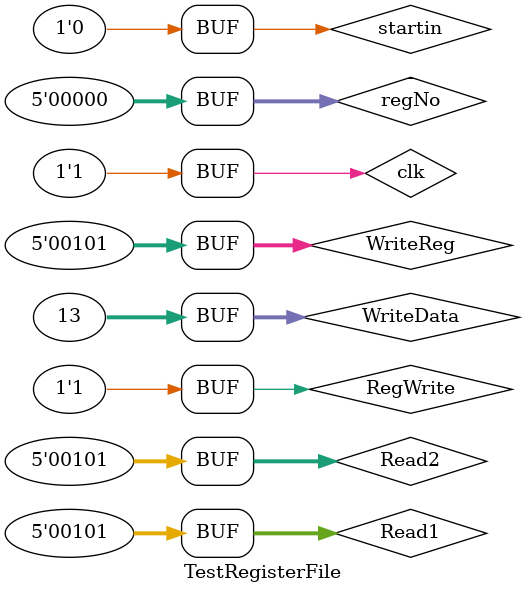
<source format=v>
`timescale 1ns / 1ps


module TestRegisterFile;

	// Inputs
	reg [4:0] Read1;
	reg [4:0] Read2;
	reg [4:0] WriteReg;
	reg [31:0] WriteData;
	reg RegWrite;
	reg startin;
	reg clk;
	reg [4:0] regNo;

	// Outputs
	wire [31:0] Data1;
	wire [31:0] Data2;
	wire [31:0] val;

	// Instantiate the Unit Under Test (UUT)
	registerFile uut (
		.Read1(Read1), 
		.Read2(Read2), 
		.WriteReg(WriteReg), 
		.WriteData(WriteData), 
		.RegWrite(RegWrite), 
		.Data1(Data1), 
		.Data2(Data2), 
		.startin(startin), 
		.clk(clk), 
		.val(val), 
		.regNo(regNo)
	);

	initial begin
		// Initialize Inputs
		Read1 = 0;
		Read2 = 0;
		WriteReg = 0;
		WriteData = 0;
		RegWrite = 0;
		startin = 0;
		clk = 0;
		regNo = 0;

		// Wait 100 ns for global reset to finish
		#100;
		startin = 1;
		clk = 1;
        
		  #10;
		// Add stimulus here
startin = 0;
WriteReg = 5'b101;
WriteData = 32'b1101;
RegWrite = 1;		
Read1 =   5'b0;
Read2 =   5'b0;


clk = 0;

#10;
clk = 1;
Read1 =   5'b101;
Read2 =   5'b101;

	end
      
endmodule


</source>
